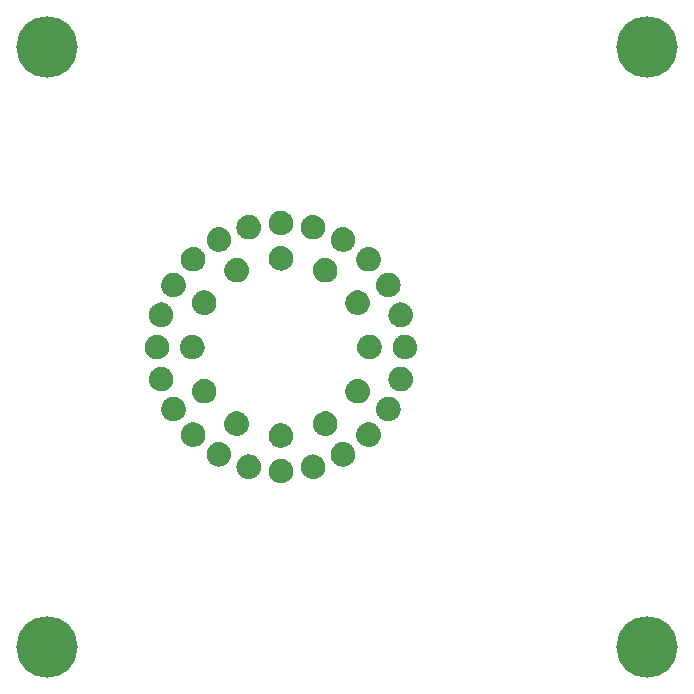
<source format=gbs>
G04 Layer: BottomSolderMaskLayer*
G04 EasyEDA v6.5.34, 2023-08-21 18:11:39*
G04 6d2c9ce6f5f94ecfb8a2c94fd3e2ab2e,5a6b42c53f6a479593ecc07194224c93,10*
G04 Gerber Generator version 0.2*
G04 Scale: 100 percent, Rotated: No, Reflected: No *
G04 Dimensions in millimeters *
G04 leading zeros omitted , absolute positions ,4 integer and 5 decimal *
%FSLAX45Y45*%
%MOMM*%

%ADD10C,5.2032*%

%LPD*%
G36*
X3106572Y3024479D02*
G01*
X3097377Y3023870D01*
X3088284Y3022447D01*
X3079292Y3020263D01*
X3070606Y3017215D01*
X3062173Y3013456D01*
X3054096Y3008985D01*
X3046476Y3003804D01*
X3039313Y2997962D01*
X3032760Y2991510D01*
X3026765Y2984500D01*
X3021380Y2976981D01*
X3016707Y2969006D01*
X3012744Y2960674D01*
X3009544Y2952038D01*
X3007156Y2943148D01*
X3005531Y2934055D01*
X3004718Y2924860D01*
X3004718Y2915615D01*
X3005531Y2906420D01*
X3007156Y2897378D01*
X3009544Y2888437D01*
X3012744Y2879801D01*
X3016707Y2871470D01*
X3021380Y2863494D01*
X3026765Y2855976D01*
X3032760Y2849016D01*
X3039313Y2842564D01*
X3042818Y2839516D01*
X3050235Y2834030D01*
X3058058Y2829153D01*
X3066338Y2825038D01*
X3074924Y2821635D01*
X3083763Y2819044D01*
X3092805Y2817215D01*
X3101949Y2816199D01*
X3111195Y2815996D01*
X3120390Y2816606D01*
X3129534Y2818028D01*
X3138474Y2820263D01*
X3147212Y2823260D01*
X3155594Y2827020D01*
X3163671Y2831490D01*
X3171291Y2836722D01*
X3174949Y2839516D01*
X3181807Y2845714D01*
X3188106Y2852420D01*
X3193796Y2859684D01*
X3198825Y2867456D01*
X3203143Y2875584D01*
X3206699Y2884119D01*
X3208223Y2888437D01*
X3210610Y2897378D01*
X3212236Y2906420D01*
X3213049Y2915615D01*
X3213049Y2924860D01*
X3212236Y2934055D01*
X3210610Y2943148D01*
X3208223Y2952038D01*
X3205022Y2960674D01*
X3201060Y2969006D01*
X3196386Y2976981D01*
X3191052Y2984500D01*
X3185007Y2991510D01*
X3178454Y2997962D01*
X3171291Y3003804D01*
X3163671Y3008985D01*
X3155594Y3013456D01*
X3147212Y3017215D01*
X3138474Y3020263D01*
X3129534Y3022447D01*
X3120390Y3023870D01*
X3111195Y3024479D01*
G37*
G36*
X3006090Y3399485D02*
G01*
X2996895Y3398875D01*
X2987802Y3397453D01*
X2978810Y3395218D01*
X2974441Y3393846D01*
X2965856Y3390442D01*
X2957626Y3386328D01*
X2949752Y3381451D01*
X2942386Y3375964D01*
X2935478Y3369818D01*
X2929178Y3363061D01*
X2923489Y3355797D01*
X2918460Y3348024D01*
X2914142Y3339896D01*
X2910586Y3331413D01*
X2909062Y3327044D01*
X2906674Y3318103D01*
X2905048Y3309061D01*
X2904236Y3299866D01*
X2904236Y3290620D01*
X2905048Y3281426D01*
X2906674Y3272383D01*
X2909062Y3263442D01*
X2912262Y3254806D01*
X2916224Y3246475D01*
X2920898Y3238500D01*
X2926283Y3230981D01*
X2932277Y3223971D01*
X2938881Y3217519D01*
X2945993Y3211677D01*
X2953613Y3206496D01*
X2961690Y3202025D01*
X2970123Y3198266D01*
X2974441Y3196640D01*
X2983280Y3194050D01*
X2992323Y3192221D01*
X3001467Y3191205D01*
X3010712Y3191002D01*
X3019907Y3191611D01*
X3029051Y3193034D01*
X3037992Y3195269D01*
X3046730Y3198266D01*
X3055112Y3202025D01*
X3063189Y3206496D01*
X3070809Y3211677D01*
X3077972Y3217519D01*
X3084576Y3223971D01*
X3090570Y3230981D01*
X3095904Y3238500D01*
X3100578Y3246475D01*
X3104540Y3254806D01*
X3107740Y3263442D01*
X3110128Y3272383D01*
X3111754Y3281426D01*
X3112566Y3290620D01*
X3112566Y3299866D01*
X3111754Y3309061D01*
X3110128Y3318103D01*
X3107740Y3327044D01*
X3104540Y3335680D01*
X3100578Y3344011D01*
X3095904Y3351987D01*
X3090570Y3359505D01*
X3084576Y3366515D01*
X3077972Y3372967D01*
X3070809Y3378809D01*
X3063189Y3383991D01*
X3055112Y3388461D01*
X3046730Y3392220D01*
X3037992Y3395218D01*
X3029051Y3397453D01*
X3019907Y3398875D01*
X3010712Y3399485D01*
G37*
G36*
X2731566Y3674008D02*
G01*
X2722372Y3673398D01*
X2713278Y3671976D01*
X2704287Y3669741D01*
X2699918Y3668369D01*
X2691333Y3664965D01*
X2683103Y3660851D01*
X2675229Y3655974D01*
X2667863Y3650487D01*
X2660954Y3644290D01*
X2654655Y3637584D01*
X2648966Y3630320D01*
X2643987Y3622548D01*
X2641701Y3618534D01*
X2637790Y3610203D01*
X2634589Y3601567D01*
X2632151Y3592626D01*
X2630525Y3583584D01*
X2629712Y3574389D01*
X2629712Y3565144D01*
X2630525Y3555949D01*
X2632151Y3546856D01*
X2634589Y3537965D01*
X2636062Y3533597D01*
X2639669Y3525113D01*
X2643987Y3516934D01*
X2648966Y3509213D01*
X2654655Y3501948D01*
X2660954Y3495192D01*
X2667863Y3489045D01*
X2675229Y3483559D01*
X2683103Y3478682D01*
X2691333Y3474567D01*
X2699918Y3471164D01*
X2704287Y3469741D01*
X2713278Y3467557D01*
X2722372Y3466134D01*
X2731566Y3465525D01*
X2740812Y3465728D01*
X2749956Y3466744D01*
X2758998Y3468573D01*
X2763469Y3469741D01*
X2772206Y3472789D01*
X2780588Y3476548D01*
X2788666Y3481019D01*
X2796286Y3486200D01*
X2803448Y3492042D01*
X2810052Y3498494D01*
X2816047Y3505504D01*
X2821381Y3513023D01*
X2826054Y3520998D01*
X2830017Y3529329D01*
X2833217Y3537965D01*
X2834538Y3542385D01*
X2836519Y3551377D01*
X2837738Y3560521D01*
X2838145Y3569766D01*
X2837738Y3578961D01*
X2836519Y3588105D01*
X2834538Y3597148D01*
X2831693Y3605885D01*
X2828137Y3614420D01*
X2823819Y3622548D01*
X2818790Y3630320D01*
X2813100Y3637584D01*
X2806801Y3644290D01*
X2799943Y3650487D01*
X2792526Y3655974D01*
X2784703Y3660851D01*
X2776423Y3664965D01*
X2767888Y3668369D01*
X2758998Y3670960D01*
X2749956Y3672789D01*
X2740812Y3673805D01*
G37*
G36*
X2356561Y3774490D02*
G01*
X2347366Y3773881D01*
X2338273Y3772458D01*
X2329281Y3770223D01*
X2324912Y3768851D01*
X2316327Y3765448D01*
X2308098Y3761333D01*
X2300224Y3756456D01*
X2292858Y3750919D01*
X2285949Y3744772D01*
X2279650Y3738067D01*
X2273960Y3730802D01*
X2268982Y3723030D01*
X2266696Y3719017D01*
X2262784Y3710686D01*
X2259584Y3702050D01*
X2257145Y3693109D01*
X2255520Y3684066D01*
X2254707Y3674872D01*
X2254707Y3665626D01*
X2255520Y3656431D01*
X2257145Y3647338D01*
X2259584Y3638448D01*
X2261057Y3634079D01*
X2264664Y3625596D01*
X2268982Y3617417D01*
X2273960Y3609695D01*
X2279650Y3602431D01*
X2285949Y3595674D01*
X2292858Y3589528D01*
X2300224Y3584041D01*
X2308098Y3579164D01*
X2316327Y3575050D01*
X2324912Y3571646D01*
X2329281Y3570224D01*
X2338273Y3568039D01*
X2347366Y3566617D01*
X2356561Y3566007D01*
X2365806Y3566210D01*
X2374950Y3567226D01*
X2383993Y3569055D01*
X2388463Y3570224D01*
X2397201Y3573272D01*
X2405634Y3577031D01*
X2413660Y3581501D01*
X2421280Y3586683D01*
X2428443Y3592525D01*
X2435047Y3598976D01*
X2441041Y3605987D01*
X2446375Y3613505D01*
X2451049Y3621481D01*
X2455011Y3629812D01*
X2458212Y3638448D01*
X2460650Y3647338D01*
X2462276Y3656431D01*
X2463088Y3665626D01*
X2463088Y3674872D01*
X2462276Y3684066D01*
X2460650Y3693109D01*
X2458212Y3702050D01*
X2455011Y3710686D01*
X2451049Y3719017D01*
X2446375Y3726992D01*
X2441041Y3734460D01*
X2435047Y3741470D01*
X2428443Y3747922D01*
X2421280Y3753764D01*
X2413660Y3758996D01*
X2405634Y3763467D01*
X2397201Y3767226D01*
X2392883Y3768851D01*
X2383993Y3771442D01*
X2374950Y3773271D01*
X2365806Y3774287D01*
G37*
G36*
X1981606Y3674008D02*
G01*
X1972360Y3673398D01*
X1963267Y3671976D01*
X1954326Y3669741D01*
X1949907Y3668369D01*
X1941322Y3664965D01*
X1933092Y3660851D01*
X1925218Y3655974D01*
X1917852Y3650487D01*
X1910994Y3644290D01*
X1904644Y3637584D01*
X1899005Y3630320D01*
X1893976Y3622548D01*
X1889658Y3614420D01*
X1886051Y3605885D01*
X1883257Y3597148D01*
X1881225Y3588105D01*
X1880006Y3578961D01*
X1879600Y3569766D01*
X1880006Y3560521D01*
X1881225Y3551377D01*
X1883257Y3542385D01*
X1886051Y3533597D01*
X1889658Y3525113D01*
X1893976Y3516934D01*
X1899005Y3509213D01*
X1904644Y3501948D01*
X1910994Y3495192D01*
X1917852Y3489045D01*
X1925218Y3483559D01*
X1933092Y3478682D01*
X1941322Y3474567D01*
X1949907Y3471164D01*
X1958746Y3468573D01*
X1967788Y3466744D01*
X1976983Y3465728D01*
X1986178Y3465525D01*
X1995424Y3466134D01*
X2004517Y3467557D01*
X2013457Y3469741D01*
X2022195Y3472789D01*
X2030628Y3476548D01*
X2038654Y3481019D01*
X2046274Y3486200D01*
X2053437Y3492042D01*
X2060041Y3498494D01*
X2066036Y3505504D01*
X2071370Y3513023D01*
X2076043Y3520998D01*
X2080006Y3529329D01*
X2083206Y3537965D01*
X2085644Y3546856D01*
X2087270Y3555949D01*
X2088083Y3565144D01*
X2088083Y3574389D01*
X2087270Y3583584D01*
X2085644Y3592626D01*
X2083206Y3601567D01*
X2080006Y3610203D01*
X2076043Y3618534D01*
X2071370Y3626510D01*
X2066036Y3634028D01*
X2060041Y3640988D01*
X2053437Y3647440D01*
X2049932Y3650487D01*
X2042566Y3655974D01*
X2034692Y3660851D01*
X2026462Y3664965D01*
X2017877Y3668369D01*
X2009038Y3670960D01*
X1999996Y3672789D01*
X1990801Y3673805D01*
G37*
G36*
X1707083Y3399485D02*
G01*
X1697837Y3398875D01*
X1688744Y3397453D01*
X1679803Y3395218D01*
X1675384Y3393846D01*
X1666798Y3390442D01*
X1658569Y3386328D01*
X1650695Y3381451D01*
X1643329Y3375964D01*
X1636471Y3369818D01*
X1630172Y3363061D01*
X1624482Y3355797D01*
X1619453Y3348024D01*
X1615135Y3339896D01*
X1611528Y3331413D01*
X1608734Y3322624D01*
X1606702Y3313582D01*
X1605483Y3304438D01*
X1605076Y3295243D01*
X1605483Y3286048D01*
X1606702Y3276904D01*
X1608734Y3267862D01*
X1611528Y3259074D01*
X1615135Y3250590D01*
X1619453Y3242462D01*
X1624482Y3234690D01*
X1630172Y3227425D01*
X1636471Y3220669D01*
X1643329Y3214522D01*
X1650695Y3209036D01*
X1658569Y3204159D01*
X1666798Y3200044D01*
X1675384Y3196640D01*
X1684223Y3194050D01*
X1693265Y3192221D01*
X1702460Y3191205D01*
X1711655Y3191002D01*
X1720900Y3191611D01*
X1729993Y3193034D01*
X1738934Y3195269D01*
X1743354Y3196640D01*
X1751939Y3200044D01*
X1760169Y3204159D01*
X1768043Y3209036D01*
X1775409Y3214522D01*
X1782267Y3220669D01*
X1788566Y3227425D01*
X1794256Y3234690D01*
X1799285Y3242462D01*
X1803603Y3250590D01*
X1807210Y3259074D01*
X1810004Y3267862D01*
X1812036Y3276904D01*
X1813255Y3286048D01*
X1813661Y3295243D01*
X1813255Y3304438D01*
X1812036Y3313582D01*
X1810004Y3322624D01*
X1807210Y3331413D01*
X1803603Y3339896D01*
X1799285Y3348024D01*
X1794256Y3355797D01*
X1788566Y3363061D01*
X1782267Y3369818D01*
X1775409Y3375964D01*
X1768043Y3381451D01*
X1760169Y3386328D01*
X1751939Y3390442D01*
X1743354Y3393846D01*
X1734515Y3396437D01*
X1725472Y3398265D01*
X1716278Y3399282D01*
G37*
G36*
X1606600Y3024479D02*
G01*
X1597355Y3023870D01*
X1588262Y3022447D01*
X1579321Y3020263D01*
X1570583Y3017215D01*
X1562150Y3013456D01*
X1554124Y3008985D01*
X1546504Y3003804D01*
X1539341Y2997962D01*
X1532737Y2991510D01*
X1526743Y2984500D01*
X1521409Y2976981D01*
X1516735Y2969006D01*
X1512773Y2960674D01*
X1509572Y2952038D01*
X1507134Y2943148D01*
X1505508Y2934055D01*
X1504696Y2924860D01*
X1504696Y2915615D01*
X1505508Y2906420D01*
X1507134Y2897378D01*
X1509572Y2888437D01*
X1512773Y2879801D01*
X1516735Y2871470D01*
X1521409Y2863494D01*
X1526743Y2855976D01*
X1532737Y2849016D01*
X1539341Y2842564D01*
X1542846Y2839516D01*
X1550212Y2834030D01*
X1558086Y2829153D01*
X1566316Y2825038D01*
X1574901Y2821635D01*
X1583740Y2819044D01*
X1592783Y2817215D01*
X1601978Y2816199D01*
X1611172Y2815996D01*
X1620418Y2816606D01*
X1629511Y2818028D01*
X1638452Y2820263D01*
X1642872Y2821635D01*
X1651457Y2825038D01*
X1659686Y2829153D01*
X1667560Y2834030D01*
X1674926Y2839516D01*
X1681784Y2845714D01*
X1688134Y2852420D01*
X1693773Y2859684D01*
X1698802Y2867456D01*
X1703120Y2875584D01*
X1706727Y2884119D01*
X1709521Y2892856D01*
X1711553Y2901899D01*
X1712772Y2911043D01*
X1713179Y2920238D01*
X1712772Y2929483D01*
X1711553Y2938627D01*
X1709521Y2947619D01*
X1706727Y2956407D01*
X1703120Y2964891D01*
X1698802Y2973070D01*
X1693773Y2980791D01*
X1688134Y2988056D01*
X1681784Y2994812D01*
X1674926Y3000959D01*
X1667560Y3006445D01*
X1659686Y3011322D01*
X1651457Y3015437D01*
X1642872Y3018840D01*
X1634032Y3021431D01*
X1624990Y3023260D01*
X1615795Y3024276D01*
G37*
G36*
X1707083Y2649524D02*
G01*
X1697837Y2648915D01*
X1688744Y2647442D01*
X1684223Y2646476D01*
X1675384Y2643835D01*
X1671066Y2642260D01*
X1662633Y2638450D01*
X1654606Y2633980D01*
X1646936Y2628798D01*
X1639824Y2622956D01*
X1633220Y2616504D01*
X1627225Y2609494D01*
X1621891Y2601976D01*
X1617218Y2594000D01*
X1613255Y2585669D01*
X1611528Y2581402D01*
X1608734Y2572613D01*
X1606702Y2563622D01*
X1605483Y2554478D01*
X1605076Y2545232D01*
X1605483Y2536037D01*
X1606702Y2526893D01*
X1608734Y2517902D01*
X1611528Y2509113D01*
X1615135Y2500579D01*
X1619453Y2492451D01*
X1624482Y2484678D01*
X1630172Y2477414D01*
X1636471Y2470708D01*
X1643329Y2464562D01*
X1650695Y2459024D01*
X1658569Y2454198D01*
X1666798Y2450033D01*
X1675384Y2446629D01*
X1684223Y2444038D01*
X1693265Y2442210D01*
X1702460Y2441194D01*
X1711655Y2440990D01*
X1720900Y2441600D01*
X1729993Y2443022D01*
X1738934Y2445258D01*
X1743354Y2446629D01*
X1751939Y2450033D01*
X1760169Y2454198D01*
X1768043Y2459024D01*
X1775409Y2464562D01*
X1782267Y2470708D01*
X1788566Y2477414D01*
X1794256Y2484678D01*
X1799285Y2492451D01*
X1803603Y2500579D01*
X1807210Y2509113D01*
X1810004Y2517902D01*
X1812036Y2526893D01*
X1813255Y2536037D01*
X1813661Y2545232D01*
X1813255Y2554478D01*
X1812036Y2563622D01*
X1810004Y2572613D01*
X1807210Y2581402D01*
X1803603Y2589885D01*
X1799285Y2598064D01*
X1794256Y2605786D01*
X1788566Y2613050D01*
X1782267Y2619806D01*
X1775409Y2625953D01*
X1768043Y2631490D01*
X1760169Y2636316D01*
X1751939Y2640431D01*
X1747672Y2642260D01*
X1738934Y2645257D01*
X1734515Y2646476D01*
X1725472Y2648254D01*
X1720900Y2648915D01*
X1711655Y2649524D01*
G37*
G36*
X1981606Y2375001D02*
G01*
X1972360Y2374392D01*
X1963267Y2372969D01*
X1954326Y2370734D01*
X1945589Y2367737D01*
X1937156Y2363978D01*
X1929130Y2359456D01*
X1921459Y2354275D01*
X1914347Y2348433D01*
X1907743Y2341981D01*
X1901748Y2334971D01*
X1896414Y2327452D01*
X1891741Y2319528D01*
X1887778Y2311146D01*
X1886051Y2306878D01*
X1883257Y2298090D01*
X1881225Y2289098D01*
X1880006Y2279954D01*
X1879600Y2270709D01*
X1880006Y2261514D01*
X1881225Y2252370D01*
X1883257Y2243378D01*
X1886051Y2234590D01*
X1889658Y2226056D01*
X1893976Y2217928D01*
X1899005Y2210155D01*
X1904644Y2202891D01*
X1910994Y2196185D01*
X1917852Y2190038D01*
X1925218Y2184501D01*
X1933092Y2179675D01*
X1941322Y2175510D01*
X1949907Y2172157D01*
X1958746Y2169515D01*
X1967788Y2167686D01*
X1976983Y2166670D01*
X1986178Y2166467D01*
X1995424Y2167077D01*
X2004517Y2168499D01*
X2013457Y2170734D01*
X2022195Y2173732D01*
X2030628Y2177491D01*
X2038654Y2182012D01*
X2042566Y2184501D01*
X2049932Y2190038D01*
X2056790Y2196185D01*
X2063089Y2202891D01*
X2068779Y2210155D01*
X2073808Y2217928D01*
X2078126Y2226056D01*
X2081682Y2234590D01*
X2084527Y2243378D01*
X2086559Y2252370D01*
X2087778Y2261514D01*
X2088184Y2270709D01*
X2087778Y2279954D01*
X2086559Y2289098D01*
X2084527Y2298090D01*
X2081682Y2306878D01*
X2078126Y2315362D01*
X2073808Y2323541D01*
X2068779Y2331262D01*
X2063089Y2338527D01*
X2056790Y2345283D01*
X2049932Y2351430D01*
X2042566Y2356967D01*
X2034692Y2361793D01*
X2030628Y2363978D01*
X2022195Y2367737D01*
X2013457Y2370734D01*
X2004517Y2372969D01*
X1995424Y2374392D01*
X1986178Y2375001D01*
G37*
G36*
X2356561Y2274519D02*
G01*
X2347366Y2273909D01*
X2338273Y2272487D01*
X2329281Y2270252D01*
X2320594Y2267254D01*
X2312162Y2263495D01*
X2304084Y2258974D01*
X2296464Y2253792D01*
X2289352Y2247950D01*
X2282748Y2241499D01*
X2276754Y2234488D01*
X2271369Y2226970D01*
X2266696Y2219045D01*
X2262784Y2210663D01*
X2261057Y2206396D01*
X2258263Y2197608D01*
X2256231Y2188616D01*
X2255012Y2179472D01*
X2254605Y2170226D01*
X2255012Y2161032D01*
X2256231Y2151888D01*
X2258263Y2142896D01*
X2261057Y2134108D01*
X2264664Y2125573D01*
X2266696Y2121458D01*
X2271369Y2113534D01*
X2273960Y2109673D01*
X2279650Y2102408D01*
X2285949Y2095703D01*
X2292858Y2089556D01*
X2300224Y2084019D01*
X2308098Y2079193D01*
X2316327Y2075027D01*
X2324912Y2071674D01*
X2333752Y2069033D01*
X2342794Y2067204D01*
X2351989Y2066188D01*
X2361184Y2065985D01*
X2370378Y2066594D01*
X2379522Y2068017D01*
X2388463Y2070252D01*
X2397201Y2073249D01*
X2405634Y2077008D01*
X2413660Y2081530D01*
X2421280Y2086711D01*
X2428443Y2092553D01*
X2435047Y2099005D01*
X2441041Y2106015D01*
X2446375Y2113534D01*
X2451049Y2121458D01*
X2455011Y2129790D01*
X2458212Y2138476D01*
X2460650Y2147366D01*
X2462276Y2156460D01*
X2463088Y2165654D01*
X2463088Y2174849D01*
X2462276Y2184044D01*
X2460650Y2193137D01*
X2458212Y2202027D01*
X2455011Y2210663D01*
X2451049Y2219045D01*
X2446375Y2226970D01*
X2441041Y2234488D01*
X2435047Y2241499D01*
X2428443Y2247950D01*
X2421280Y2253792D01*
X2413660Y2258974D01*
X2405634Y2263495D01*
X2397201Y2267254D01*
X2388463Y2270252D01*
X2379522Y2272487D01*
X2370378Y2273909D01*
X2361184Y2274519D01*
G37*
G36*
X2731566Y2375001D02*
G01*
X2722372Y2374392D01*
X2713278Y2372969D01*
X2704287Y2370734D01*
X2695600Y2367737D01*
X2687167Y2363978D01*
X2679090Y2359456D01*
X2671470Y2354275D01*
X2664358Y2348433D01*
X2657754Y2341981D01*
X2651760Y2334971D01*
X2646375Y2327452D01*
X2641701Y2319528D01*
X2637790Y2311146D01*
X2636062Y2306878D01*
X2633268Y2298090D01*
X2631236Y2289098D01*
X2630017Y2279954D01*
X2629611Y2270709D01*
X2630017Y2261514D01*
X2631236Y2252370D01*
X2633268Y2243378D01*
X2636062Y2234590D01*
X2639669Y2226056D01*
X2641701Y2221941D01*
X2646375Y2214016D01*
X2648966Y2210155D01*
X2654655Y2202891D01*
X2660954Y2196185D01*
X2667863Y2190038D01*
X2675229Y2184501D01*
X2683103Y2179675D01*
X2691333Y2175510D01*
X2699918Y2172157D01*
X2708757Y2169515D01*
X2717800Y2167686D01*
X2726994Y2166670D01*
X2736189Y2166467D01*
X2745384Y2167077D01*
X2754528Y2168499D01*
X2763469Y2170734D01*
X2772206Y2173732D01*
X2780588Y2177491D01*
X2788666Y2182012D01*
X2796286Y2187194D01*
X2803448Y2193036D01*
X2810052Y2199487D01*
X2816047Y2206498D01*
X2821381Y2214016D01*
X2826054Y2221941D01*
X2830017Y2230272D01*
X2833217Y2238959D01*
X2834538Y2243378D01*
X2836519Y2252370D01*
X2837738Y2261514D01*
X2838145Y2270709D01*
X2837738Y2279954D01*
X2836519Y2289098D01*
X2834538Y2298090D01*
X2831693Y2306878D01*
X2828137Y2315362D01*
X2823819Y2323541D01*
X2818790Y2331262D01*
X2813100Y2338527D01*
X2806801Y2345283D01*
X2799943Y2351430D01*
X2792526Y2356967D01*
X2784703Y2361793D01*
X2776423Y2365908D01*
X2772206Y2367737D01*
X2763469Y2370734D01*
X2754528Y2372969D01*
X2745384Y2374392D01*
X2736189Y2375001D01*
G37*
G36*
X3006090Y2649524D02*
G01*
X2996895Y2648915D01*
X2987802Y2647442D01*
X2983280Y2646476D01*
X2974441Y2643835D01*
X2970123Y2642260D01*
X2961690Y2638450D01*
X2953613Y2633980D01*
X2945993Y2628798D01*
X2938881Y2622956D01*
X2932277Y2616504D01*
X2926283Y2609494D01*
X2920898Y2601976D01*
X2916224Y2594000D01*
X2912262Y2585669D01*
X2909062Y2577033D01*
X2906674Y2568143D01*
X2905048Y2559050D01*
X2904236Y2549855D01*
X2904236Y2540609D01*
X2905048Y2531465D01*
X2906674Y2522372D01*
X2909062Y2513482D01*
X2912262Y2504795D01*
X2916224Y2496464D01*
X2920898Y2488488D01*
X2926283Y2481021D01*
X2929178Y2477414D01*
X2935478Y2470708D01*
X2942386Y2464562D01*
X2949752Y2459024D01*
X2957626Y2454198D01*
X2965856Y2450033D01*
X2974441Y2446629D01*
X2983280Y2444038D01*
X2992323Y2442210D01*
X3001467Y2441194D01*
X3010712Y2440990D01*
X3019907Y2441600D01*
X3029051Y2443022D01*
X3037992Y2445258D01*
X3046730Y2448255D01*
X3055112Y2452014D01*
X3063189Y2456535D01*
X3070809Y2461717D01*
X3077972Y2467559D01*
X3084576Y2474010D01*
X3090570Y2481021D01*
X3095904Y2488488D01*
X3100578Y2496464D01*
X3104540Y2504795D01*
X3107740Y2513482D01*
X3110128Y2522372D01*
X3111754Y2531465D01*
X3112566Y2540609D01*
X3112566Y2549855D01*
X3111754Y2559050D01*
X3110128Y2568143D01*
X3107740Y2577033D01*
X3104540Y2585669D01*
X3100578Y2594000D01*
X3095904Y2601976D01*
X3090570Y2609494D01*
X3084576Y2616504D01*
X3077972Y2622956D01*
X3070809Y2628798D01*
X3063189Y2633980D01*
X3055112Y2638450D01*
X3046730Y2642260D01*
X3037992Y2645257D01*
X3029051Y2647442D01*
X3019907Y2648915D01*
X3010712Y2649524D01*
G37*
G36*
X3406597Y3024479D02*
G01*
X3397351Y3023870D01*
X3388258Y3022447D01*
X3379317Y3020263D01*
X3370579Y3017215D01*
X3362147Y3013456D01*
X3354120Y3008985D01*
X3346500Y3003804D01*
X3339337Y2997962D01*
X3332734Y2991510D01*
X3326739Y2984500D01*
X3321405Y2976981D01*
X3316732Y2969006D01*
X3312769Y2960674D01*
X3309569Y2952038D01*
X3307130Y2943148D01*
X3305505Y2934055D01*
X3304692Y2924860D01*
X3304692Y2915615D01*
X3305505Y2906420D01*
X3307130Y2897378D01*
X3309569Y2888437D01*
X3312769Y2879801D01*
X3316732Y2871470D01*
X3321405Y2863494D01*
X3326739Y2855976D01*
X3332734Y2849016D01*
X3339337Y2842564D01*
X3342843Y2839516D01*
X3350209Y2834030D01*
X3358083Y2829153D01*
X3366312Y2825038D01*
X3374898Y2821635D01*
X3383737Y2819044D01*
X3392779Y2817215D01*
X3401974Y2816199D01*
X3411169Y2815996D01*
X3420414Y2816606D01*
X3429508Y2818028D01*
X3438448Y2820263D01*
X3442868Y2821635D01*
X3451453Y2825038D01*
X3459683Y2829153D01*
X3467557Y2834030D01*
X3474923Y2839516D01*
X3481781Y2845714D01*
X3488131Y2852420D01*
X3493770Y2859684D01*
X3498799Y2867456D01*
X3503117Y2875584D01*
X3506724Y2884119D01*
X3509518Y2892856D01*
X3511550Y2901899D01*
X3512769Y2911043D01*
X3513175Y2920238D01*
X3512769Y2929483D01*
X3511550Y2938627D01*
X3509518Y2947619D01*
X3506724Y2956407D01*
X3503117Y2964891D01*
X3498799Y2973070D01*
X3493770Y2980791D01*
X3488131Y2988056D01*
X3481781Y2994812D01*
X3474923Y3000959D01*
X3467557Y3006445D01*
X3459683Y3011322D01*
X3451453Y3015437D01*
X3442868Y3018840D01*
X3434029Y3021431D01*
X3424986Y3023260D01*
X3415792Y3024276D01*
G37*
G36*
X3370783Y3296259D02*
G01*
X3361588Y3295650D01*
X3352495Y3294227D01*
X3343503Y3291992D01*
X3334816Y3288995D01*
X3326384Y3285236D01*
X3318306Y3280714D01*
X3310686Y3275533D01*
X3303574Y3269691D01*
X3296970Y3263239D01*
X3293872Y3259836D01*
X3288182Y3252571D01*
X3283204Y3244799D01*
X3280918Y3240786D01*
X3277006Y3232454D01*
X3275279Y3228136D01*
X3272485Y3219348D01*
X3270453Y3210356D01*
X3269234Y3201212D01*
X3268827Y3192018D01*
X3269234Y3182772D01*
X3270453Y3173628D01*
X3272485Y3164636D01*
X3275279Y3155848D01*
X3278886Y3147364D01*
X3283204Y3139186D01*
X3288182Y3131464D01*
X3293872Y3124200D01*
X3300171Y3117443D01*
X3307079Y3111296D01*
X3314446Y3105759D01*
X3322320Y3100933D01*
X3326384Y3098749D01*
X3334816Y3094990D01*
X3343503Y3091992D01*
X3352495Y3089757D01*
X3361588Y3088335D01*
X3370783Y3087725D01*
X3380028Y3087928D01*
X3389172Y3088944D01*
X3398215Y3090773D01*
X3407105Y3093415D01*
X3411423Y3094990D01*
X3419856Y3098749D01*
X3427882Y3103270D01*
X3435502Y3108452D01*
X3442665Y3114294D01*
X3449269Y3120745D01*
X3455263Y3127756D01*
X3460597Y3135274D01*
X3465271Y3143250D01*
X3469233Y3151581D01*
X3472434Y3160217D01*
X3474872Y3169107D01*
X3476447Y3178200D01*
X3477006Y3182772D01*
X3477412Y3192018D01*
X3477006Y3201212D01*
X3475736Y3210356D01*
X3474872Y3214878D01*
X3472434Y3223768D01*
X3469233Y3232454D01*
X3465271Y3240786D01*
X3460597Y3248710D01*
X3455263Y3256229D01*
X3449269Y3263239D01*
X3442665Y3269691D01*
X3435502Y3275533D01*
X3427882Y3280714D01*
X3419856Y3285236D01*
X3411423Y3288995D01*
X3402685Y3291992D01*
X3393744Y3294227D01*
X3384600Y3295650D01*
X3375406Y3296259D01*
G37*
G36*
X3265881Y3549497D02*
G01*
X3256686Y3548887D01*
X3247593Y3547465D01*
X3238652Y3545230D01*
X3234232Y3543858D01*
X3225647Y3540455D01*
X3217418Y3536289D01*
X3209544Y3531463D01*
X3202178Y3525926D01*
X3195269Y3519779D01*
X3188970Y3513074D01*
X3183331Y3505809D01*
X3180689Y3501999D01*
X3176016Y3494024D01*
X3172104Y3485692D01*
X3170377Y3481374D01*
X3167583Y3472586D01*
X3165551Y3463594D01*
X3164332Y3454450D01*
X3163925Y3445256D01*
X3164332Y3436010D01*
X3165551Y3426866D01*
X3167583Y3417874D01*
X3170377Y3409086D01*
X3173984Y3400602D01*
X3178302Y3392424D01*
X3180689Y3388512D01*
X3186074Y3380994D01*
X3192068Y3373983D01*
X3198672Y3367532D01*
X3205784Y3361690D01*
X3213455Y3356508D01*
X3221482Y3352037D01*
X3229914Y3348228D01*
X3238652Y3345230D01*
X3243072Y3344011D01*
X3252114Y3342233D01*
X3256686Y3341573D01*
X3265881Y3340963D01*
X3275126Y3341166D01*
X3279749Y3341573D01*
X3288842Y3343046D01*
X3293364Y3344011D01*
X3302203Y3346653D01*
X3306521Y3348228D01*
X3314954Y3352037D01*
X3322980Y3356508D01*
X3330600Y3361690D01*
X3337763Y3367532D01*
X3344367Y3373983D01*
X3350361Y3380994D01*
X3355695Y3388512D01*
X3360369Y3396487D01*
X3364331Y3404819D01*
X3367532Y3413455D01*
X3369970Y3422345D01*
X3371596Y3431438D01*
X3372408Y3440633D01*
X3372408Y3449878D01*
X3371596Y3459022D01*
X3369970Y3468115D01*
X3367532Y3477006D01*
X3364331Y3485692D01*
X3360369Y3494024D01*
X3355695Y3501999D01*
X3350361Y3509467D01*
X3344367Y3516477D01*
X3337763Y3522929D01*
X3330600Y3528771D01*
X3322980Y3533952D01*
X3314954Y3538474D01*
X3306521Y3542233D01*
X3302203Y3543858D01*
X3293364Y3546449D01*
X3284321Y3548278D01*
X3275126Y3549294D01*
G37*
G36*
X3099054Y3766972D02*
G01*
X3089859Y3766362D01*
X3080715Y3764940D01*
X3071774Y3762705D01*
X3063036Y3759708D01*
X3054604Y3755948D01*
X3046577Y3751427D01*
X3038957Y3746246D01*
X3031794Y3740404D01*
X3025190Y3733952D01*
X3019196Y3726942D01*
X3013862Y3719423D01*
X3009188Y3711498D01*
X3005226Y3703167D01*
X3002026Y3694480D01*
X2999587Y3685590D01*
X2997962Y3676497D01*
X2997149Y3667302D01*
X2997149Y3658108D01*
X2997962Y3648913D01*
X2999587Y3639820D01*
X3002026Y3630929D01*
X3005226Y3622243D01*
X3009188Y3613912D01*
X3013862Y3605987D01*
X3019196Y3598468D01*
X3025190Y3591458D01*
X3031794Y3585006D01*
X3038957Y3579164D01*
X3046577Y3573983D01*
X3054604Y3569462D01*
X3063036Y3565702D01*
X3071774Y3562705D01*
X3080715Y3560470D01*
X3089859Y3559048D01*
X3099054Y3558438D01*
X3108248Y3558641D01*
X3117443Y3559657D01*
X3126486Y3561486D01*
X3135325Y3564128D01*
X3143910Y3567480D01*
X3152140Y3571646D01*
X3160014Y3576472D01*
X3167380Y3582009D01*
X3174288Y3588156D01*
X3180588Y3594912D01*
X3186277Y3602177D01*
X3191256Y3609898D01*
X3193542Y3613912D01*
X3197453Y3622243D01*
X3199180Y3626561D01*
X3201974Y3635349D01*
X3204006Y3644341D01*
X3205226Y3653485D01*
X3205632Y3662679D01*
X3205226Y3671925D01*
X3204006Y3681069D01*
X3201974Y3690061D01*
X3199180Y3698849D01*
X3195574Y3707333D01*
X3193542Y3711498D01*
X3188868Y3719423D01*
X3183483Y3726942D01*
X3177489Y3733952D01*
X3170885Y3740404D01*
X3163773Y3746246D01*
X3156153Y3751427D01*
X3148076Y3755948D01*
X3139643Y3759708D01*
X3130905Y3762705D01*
X3121964Y3764940D01*
X3112871Y3766362D01*
X3103676Y3766972D01*
G37*
G36*
X2881579Y3933799D02*
G01*
X2872384Y3933190D01*
X2863240Y3931767D01*
X2854299Y3929583D01*
X2845562Y3926586D01*
X2837180Y3922776D01*
X2829102Y3918305D01*
X2821482Y3913124D01*
X2814320Y3907282D01*
X2807766Y3900830D01*
X2801721Y3893820D01*
X2796387Y3886301D01*
X2791714Y3878326D01*
X2787751Y3869994D01*
X2784551Y3861358D01*
X2782163Y3852468D01*
X2780538Y3843375D01*
X2779725Y3834180D01*
X2779725Y3824935D01*
X2780538Y3815791D01*
X2782163Y3806698D01*
X2784551Y3797757D01*
X2787751Y3789121D01*
X2791714Y3780790D01*
X2796387Y3772814D01*
X2801721Y3765346D01*
X2807766Y3758336D01*
X2814320Y3751884D01*
X2821482Y3746042D01*
X2829102Y3740810D01*
X2837180Y3736340D01*
X2845562Y3732580D01*
X2854299Y3729583D01*
X2863240Y3727348D01*
X2872384Y3725926D01*
X2881579Y3725316D01*
X2890824Y3725519D01*
X2899968Y3726535D01*
X2909011Y3728364D01*
X2917850Y3730955D01*
X2926435Y3734358D01*
X2934716Y3738473D01*
X2942539Y3743350D01*
X2949956Y3748887D01*
X2956814Y3755034D01*
X2963113Y3761740D01*
X2968802Y3769004D01*
X2973832Y3776776D01*
X2978150Y3784904D01*
X2981706Y3793439D01*
X2983230Y3797757D01*
X2985617Y3806698D01*
X2987243Y3815791D01*
X2988056Y3824935D01*
X2988056Y3834180D01*
X2987243Y3843375D01*
X2985617Y3852468D01*
X2983230Y3861358D01*
X2980029Y3869994D01*
X2976067Y3878326D01*
X2971393Y3886301D01*
X2966008Y3893820D01*
X2960014Y3900830D01*
X2953461Y3907282D01*
X2946298Y3913124D01*
X2938678Y3918305D01*
X2930601Y3922776D01*
X2922168Y3926586D01*
X2913481Y3929583D01*
X2909011Y3930802D01*
X2899968Y3932580D01*
X2890824Y3933596D01*
G37*
G36*
X2628341Y4038701D02*
G01*
X2619146Y4038092D01*
X2610002Y4036669D01*
X2601061Y4034485D01*
X2592324Y4031437D01*
X2583942Y4027678D01*
X2575864Y4023207D01*
X2568244Y4018026D01*
X2561082Y4012184D01*
X2554478Y4005732D01*
X2548483Y3998722D01*
X2543149Y3991203D01*
X2538476Y3983228D01*
X2534513Y3974896D01*
X2531313Y3966260D01*
X2528925Y3957370D01*
X2527300Y3948277D01*
X2526487Y3939082D01*
X2526487Y3929837D01*
X2527300Y3920642D01*
X2528925Y3911600D01*
X2531313Y3902659D01*
X2534513Y3894023D01*
X2538476Y3885692D01*
X2543149Y3877716D01*
X2548483Y3870198D01*
X2554478Y3863187D01*
X2561082Y3856736D01*
X2568244Y3850894D01*
X2575864Y3845712D01*
X2583942Y3841242D01*
X2592324Y3837482D01*
X2601061Y3834485D01*
X2610002Y3832250D01*
X2619146Y3830828D01*
X2628341Y3830218D01*
X2637586Y3830421D01*
X2646730Y3831437D01*
X2655773Y3833266D01*
X2664612Y3835857D01*
X2673197Y3839260D01*
X2681427Y3843375D01*
X2689301Y3848252D01*
X2696667Y3853738D01*
X2703576Y3859936D01*
X2709875Y3866642D01*
X2715564Y3873906D01*
X2720594Y3881678D01*
X2724912Y3889806D01*
X2728468Y3898290D01*
X2729992Y3902659D01*
X2732379Y3911600D01*
X2734005Y3920642D01*
X2734818Y3929837D01*
X2734818Y3939082D01*
X2734005Y3948277D01*
X2732379Y3957370D01*
X2729992Y3966260D01*
X2726791Y3974896D01*
X2722829Y3983228D01*
X2718155Y3991203D01*
X2712770Y3998722D01*
X2706776Y4005732D01*
X2700172Y4012184D01*
X2693060Y4018026D01*
X2685440Y4023207D01*
X2677363Y4027678D01*
X2668930Y4031437D01*
X2660243Y4034485D01*
X2651252Y4036669D01*
X2642158Y4038092D01*
X2632964Y4038701D01*
G37*
G36*
X2356561Y4074515D02*
G01*
X2347366Y4073906D01*
X2338273Y4072483D01*
X2329281Y4070248D01*
X2320594Y4067251D01*
X2312162Y4063492D01*
X2304084Y4058970D01*
X2296464Y4053789D01*
X2289352Y4047947D01*
X2282748Y4041495D01*
X2276754Y4034485D01*
X2271369Y4026966D01*
X2266696Y4019042D01*
X2262784Y4010660D01*
X2261057Y4006392D01*
X2258263Y3997604D01*
X2256231Y3988612D01*
X2255012Y3979468D01*
X2254605Y3970223D01*
X2255012Y3961028D01*
X2256231Y3951884D01*
X2258263Y3942892D01*
X2261057Y3934104D01*
X2264664Y3925570D01*
X2266696Y3921455D01*
X2271369Y3913530D01*
X2273960Y3909669D01*
X2279650Y3902405D01*
X2285949Y3895699D01*
X2292858Y3889552D01*
X2300224Y3884015D01*
X2308098Y3879189D01*
X2316327Y3875024D01*
X2324912Y3871671D01*
X2333752Y3869029D01*
X2342794Y3867200D01*
X2351989Y3866184D01*
X2361184Y3865981D01*
X2370378Y3866591D01*
X2379522Y3868013D01*
X2388463Y3870248D01*
X2397201Y3873246D01*
X2405634Y3877005D01*
X2413660Y3881526D01*
X2421280Y3886708D01*
X2428443Y3892550D01*
X2435047Y3899001D01*
X2441041Y3906012D01*
X2446375Y3913530D01*
X2451049Y3921455D01*
X2455011Y3929786D01*
X2458212Y3938473D01*
X2460650Y3947363D01*
X2462276Y3956456D01*
X2463088Y3965651D01*
X2463088Y3974846D01*
X2462276Y3984040D01*
X2460650Y3993134D01*
X2458212Y4002024D01*
X2455011Y4010660D01*
X2451049Y4019042D01*
X2446375Y4026966D01*
X2441041Y4034485D01*
X2435047Y4041495D01*
X2428443Y4047947D01*
X2421280Y4053789D01*
X2413660Y4058970D01*
X2405634Y4063492D01*
X2397201Y4067251D01*
X2388463Y4070248D01*
X2379522Y4072483D01*
X2370378Y4073906D01*
X2361184Y4074515D01*
G37*
G36*
X2084832Y4038701D02*
G01*
X2075637Y4038092D01*
X2066493Y4036669D01*
X2057552Y4034485D01*
X2048814Y4031437D01*
X2040382Y4027678D01*
X2032355Y4023207D01*
X2024735Y4018026D01*
X2017572Y4012184D01*
X2010968Y4005732D01*
X2004974Y3998722D01*
X1999640Y3991203D01*
X1994966Y3983228D01*
X1991004Y3974896D01*
X1987804Y3966260D01*
X1985365Y3957370D01*
X1983739Y3948277D01*
X1982927Y3939082D01*
X1982927Y3929837D01*
X1983739Y3920642D01*
X1985365Y3911600D01*
X1987804Y3902659D01*
X1991004Y3894023D01*
X1994966Y3885692D01*
X1999640Y3877716D01*
X2004974Y3870198D01*
X2010968Y3863187D01*
X2017572Y3856736D01*
X2024735Y3850894D01*
X2032355Y3845712D01*
X2040382Y3841242D01*
X2048814Y3837482D01*
X2053132Y3835857D01*
X2062022Y3833266D01*
X2071065Y3831437D01*
X2080209Y3830421D01*
X2089454Y3830218D01*
X2098649Y3830828D01*
X2107742Y3832250D01*
X2116734Y3834485D01*
X2121103Y3835857D01*
X2129688Y3839260D01*
X2137918Y3843375D01*
X2145792Y3848252D01*
X2153158Y3853738D01*
X2160066Y3859936D01*
X2166366Y3866642D01*
X2172055Y3873906D01*
X2177034Y3881678D01*
X2179320Y3885692D01*
X2183231Y3894023D01*
X2184958Y3898290D01*
X2187752Y3907078D01*
X2189784Y3916121D01*
X2191004Y3925265D01*
X2191410Y3934460D01*
X2191004Y3943654D01*
X2189784Y3952798D01*
X2187752Y3961841D01*
X2184958Y3970629D01*
X2181352Y3979113D01*
X2177034Y3987292D01*
X2172055Y3995013D01*
X2166366Y4002278D01*
X2160066Y4009034D01*
X2153158Y4015181D01*
X2145792Y4020667D01*
X2137918Y4025544D01*
X2129688Y4029659D01*
X2121103Y4033062D01*
X2116734Y4034485D01*
X2107742Y4036669D01*
X2098649Y4038092D01*
X2089454Y4038701D01*
G37*
G36*
X1831593Y3933799D02*
G01*
X1822399Y3933190D01*
X1813255Y3931767D01*
X1804314Y3929583D01*
X1795576Y3926586D01*
X1787143Y3922776D01*
X1779117Y3918305D01*
X1771497Y3913124D01*
X1764334Y3907282D01*
X1757730Y3900830D01*
X1751736Y3893820D01*
X1746402Y3886301D01*
X1741728Y3878326D01*
X1737766Y3869994D01*
X1734566Y3861358D01*
X1732127Y3852468D01*
X1730552Y3843375D01*
X1729993Y3838803D01*
X1729587Y3829558D01*
X1729993Y3820363D01*
X1731264Y3811219D01*
X1732127Y3806698D01*
X1734566Y3797757D01*
X1737766Y3789121D01*
X1741728Y3780790D01*
X1746402Y3772814D01*
X1751736Y3765346D01*
X1757730Y3758336D01*
X1764334Y3751884D01*
X1771497Y3746042D01*
X1779117Y3740810D01*
X1787143Y3736340D01*
X1795576Y3732580D01*
X1799894Y3730955D01*
X1808784Y3728364D01*
X1817827Y3726535D01*
X1826971Y3725519D01*
X1836216Y3725316D01*
X1845411Y3725926D01*
X1854504Y3727348D01*
X1863496Y3729583D01*
X1867865Y3730955D01*
X1876450Y3734358D01*
X1884680Y3738473D01*
X1892554Y3743350D01*
X1899920Y3748887D01*
X1906828Y3755034D01*
X1913128Y3761740D01*
X1918817Y3769004D01*
X1923796Y3776776D01*
X1926082Y3780790D01*
X1929993Y3789121D01*
X1933193Y3797757D01*
X1935632Y3806698D01*
X1937257Y3815791D01*
X1938070Y3824935D01*
X1938070Y3834180D01*
X1937257Y3843375D01*
X1935632Y3852468D01*
X1933193Y3861358D01*
X1931720Y3865727D01*
X1928114Y3874211D01*
X1923796Y3882390D01*
X1918817Y3890111D01*
X1913128Y3897376D01*
X1906828Y3904132D01*
X1899920Y3910279D01*
X1892554Y3915816D01*
X1884680Y3920642D01*
X1876450Y3924757D01*
X1872183Y3926586D01*
X1863496Y3929583D01*
X1859025Y3930802D01*
X1849983Y3932580D01*
X1840788Y3933596D01*
G37*
G36*
X1614119Y3766972D02*
G01*
X1604924Y3766362D01*
X1595780Y3764940D01*
X1586839Y3762705D01*
X1578102Y3759708D01*
X1569720Y3755948D01*
X1561642Y3751427D01*
X1554022Y3746246D01*
X1546860Y3740404D01*
X1540306Y3733952D01*
X1534261Y3726942D01*
X1528927Y3719423D01*
X1524254Y3711498D01*
X1520291Y3703167D01*
X1517091Y3694480D01*
X1514703Y3685590D01*
X1513078Y3676497D01*
X1512265Y3667302D01*
X1512265Y3658108D01*
X1513078Y3648913D01*
X1514703Y3639820D01*
X1517091Y3630929D01*
X1520291Y3622243D01*
X1524254Y3613912D01*
X1528927Y3605987D01*
X1534261Y3598468D01*
X1540306Y3591458D01*
X1546860Y3585006D01*
X1554022Y3579164D01*
X1561642Y3573983D01*
X1569720Y3569462D01*
X1578102Y3565702D01*
X1586839Y3562705D01*
X1595780Y3560470D01*
X1604924Y3559048D01*
X1614119Y3558438D01*
X1623364Y3558641D01*
X1632508Y3559657D01*
X1641551Y3561486D01*
X1650390Y3564128D01*
X1658975Y3567480D01*
X1667256Y3571646D01*
X1675079Y3576472D01*
X1682496Y3582009D01*
X1689354Y3588156D01*
X1695653Y3594912D01*
X1701342Y3602177D01*
X1706372Y3609898D01*
X1710689Y3618026D01*
X1714246Y3626561D01*
X1715770Y3630929D01*
X1718157Y3639820D01*
X1719783Y3648913D01*
X1720596Y3658108D01*
X1720596Y3667302D01*
X1719783Y3676497D01*
X1718157Y3685590D01*
X1715770Y3694480D01*
X1712569Y3703167D01*
X1708607Y3711498D01*
X1703933Y3719423D01*
X1698548Y3726942D01*
X1692554Y3733952D01*
X1686001Y3740404D01*
X1678838Y3746246D01*
X1671218Y3751427D01*
X1663141Y3755948D01*
X1654708Y3759708D01*
X1646021Y3762705D01*
X1637030Y3764940D01*
X1627936Y3766362D01*
X1618742Y3766972D01*
G37*
G36*
X1447241Y3549497D02*
G01*
X1438046Y3548887D01*
X1428953Y3547465D01*
X1419961Y3545230D01*
X1415592Y3543858D01*
X1407007Y3540455D01*
X1398778Y3536289D01*
X1390904Y3531463D01*
X1383538Y3525926D01*
X1376629Y3519779D01*
X1370330Y3513074D01*
X1364640Y3505809D01*
X1359662Y3498037D01*
X1357376Y3494024D01*
X1353464Y3485692D01*
X1351737Y3481374D01*
X1348943Y3472586D01*
X1346911Y3463594D01*
X1345692Y3454450D01*
X1345285Y3445256D01*
X1345692Y3436010D01*
X1346911Y3426866D01*
X1348943Y3417874D01*
X1351737Y3409086D01*
X1355344Y3400602D01*
X1359662Y3392424D01*
X1364640Y3384702D01*
X1370330Y3377437D01*
X1376629Y3370681D01*
X1383538Y3364534D01*
X1390904Y3358997D01*
X1398778Y3354171D01*
X1407007Y3350056D01*
X1411274Y3348228D01*
X1419961Y3345230D01*
X1424432Y3344011D01*
X1433474Y3342233D01*
X1438046Y3341573D01*
X1447241Y3340963D01*
X1456486Y3341166D01*
X1465630Y3342233D01*
X1474673Y3344011D01*
X1483563Y3346653D01*
X1487881Y3348228D01*
X1496263Y3352037D01*
X1504340Y3356508D01*
X1511960Y3361690D01*
X1519123Y3367532D01*
X1525727Y3373983D01*
X1531721Y3380994D01*
X1537055Y3388512D01*
X1541729Y3396487D01*
X1545691Y3404819D01*
X1548892Y3413455D01*
X1550212Y3417874D01*
X1552194Y3426866D01*
X1553413Y3436010D01*
X1553870Y3445256D01*
X1553413Y3454450D01*
X1552194Y3463594D01*
X1550212Y3472586D01*
X1547368Y3481374D01*
X1543812Y3489909D01*
X1539494Y3498037D01*
X1534464Y3505809D01*
X1528775Y3513074D01*
X1522476Y3519779D01*
X1515618Y3525926D01*
X1508201Y3531463D01*
X1500378Y3536289D01*
X1492097Y3540455D01*
X1483563Y3543858D01*
X1474673Y3546449D01*
X1465630Y3548278D01*
X1456486Y3549294D01*
G37*
G36*
X1342339Y3296259D02*
G01*
X1333144Y3295650D01*
X1324051Y3294227D01*
X1315110Y3291992D01*
X1306372Y3288995D01*
X1297940Y3285236D01*
X1289862Y3280714D01*
X1282242Y3275533D01*
X1275130Y3269691D01*
X1268526Y3263239D01*
X1265428Y3259836D01*
X1259738Y3252571D01*
X1254760Y3244799D01*
X1252474Y3240786D01*
X1248562Y3232454D01*
X1246835Y3228136D01*
X1244041Y3219348D01*
X1242009Y3210356D01*
X1240790Y3201212D01*
X1240383Y3192018D01*
X1240790Y3182772D01*
X1242009Y3173628D01*
X1244041Y3164636D01*
X1246835Y3155848D01*
X1250442Y3147364D01*
X1254760Y3139186D01*
X1259738Y3131464D01*
X1265428Y3124200D01*
X1271727Y3117443D01*
X1278636Y3111296D01*
X1286002Y3105759D01*
X1293876Y3100933D01*
X1297940Y3098749D01*
X1306372Y3094990D01*
X1315110Y3091992D01*
X1324051Y3089757D01*
X1333144Y3088335D01*
X1342339Y3087725D01*
X1351584Y3087928D01*
X1360728Y3088944D01*
X1369822Y3090773D01*
X1378661Y3093415D01*
X1382979Y3094990D01*
X1391412Y3098749D01*
X1399438Y3103270D01*
X1407058Y3108452D01*
X1414221Y3114294D01*
X1420825Y3120745D01*
X1426819Y3127756D01*
X1432153Y3135274D01*
X1436827Y3143250D01*
X1440789Y3151581D01*
X1443990Y3160217D01*
X1446428Y3169107D01*
X1448054Y3178200D01*
X1448866Y3187395D01*
X1448866Y3196640D01*
X1448054Y3205784D01*
X1446428Y3214878D01*
X1443990Y3223768D01*
X1440789Y3232454D01*
X1436827Y3240786D01*
X1432153Y3248710D01*
X1426819Y3256229D01*
X1420825Y3263239D01*
X1414221Y3269691D01*
X1407058Y3275533D01*
X1399438Y3280714D01*
X1391412Y3285236D01*
X1382979Y3288995D01*
X1374241Y3291992D01*
X1365300Y3294227D01*
X1356156Y3295650D01*
X1346962Y3296259D01*
G37*
G36*
X1306576Y3024479D02*
G01*
X1297381Y3023870D01*
X1288288Y3022447D01*
X1279296Y3020212D01*
X1274927Y3018840D01*
X1266342Y3015437D01*
X1258062Y3011322D01*
X1250238Y3006445D01*
X1242822Y3000959D01*
X1235964Y2994761D01*
X1229664Y2988056D01*
X1223975Y2980791D01*
X1218946Y2973019D01*
X1214628Y2964891D01*
X1211072Y2956407D01*
X1209548Y2952038D01*
X1207160Y2943098D01*
X1205534Y2934055D01*
X1204722Y2924860D01*
X1204722Y2915615D01*
X1205534Y2906420D01*
X1207160Y2897327D01*
X1209548Y2888437D01*
X1212748Y2879801D01*
X1216710Y2871470D01*
X1221384Y2863494D01*
X1226769Y2855976D01*
X1232763Y2848965D01*
X1239316Y2842514D01*
X1246479Y2836672D01*
X1254099Y2831490D01*
X1262176Y2827020D01*
X1270609Y2823260D01*
X1279296Y2820212D01*
X1288288Y2818028D01*
X1297381Y2816606D01*
X1306576Y2815996D01*
X1315821Y2816199D01*
X1324965Y2817215D01*
X1334008Y2819044D01*
X1338478Y2820212D01*
X1347216Y2823260D01*
X1355598Y2827020D01*
X1363675Y2831490D01*
X1371295Y2836672D01*
X1378458Y2842514D01*
X1385011Y2848965D01*
X1391056Y2855976D01*
X1396390Y2863494D01*
X1401064Y2871470D01*
X1405026Y2879801D01*
X1408226Y2888437D01*
X1410614Y2897327D01*
X1412240Y2906420D01*
X1413052Y2915615D01*
X1413052Y2924860D01*
X1412240Y2934055D01*
X1410614Y2943098D01*
X1408226Y2952038D01*
X1405026Y2960674D01*
X1401064Y2969006D01*
X1396390Y2976981D01*
X1391056Y2984500D01*
X1385011Y2991510D01*
X1378458Y2997962D01*
X1371295Y3003804D01*
X1363675Y3008985D01*
X1355598Y3013456D01*
X1347216Y3017215D01*
X1338478Y3020212D01*
X1329537Y3022447D01*
X1320393Y3023870D01*
X1311198Y3024479D01*
G37*
G36*
X1342339Y2752750D02*
G01*
X1333144Y2752140D01*
X1324051Y2750718D01*
X1315110Y2748483D01*
X1306372Y2745486D01*
X1297940Y2741726D01*
X1289862Y2737205D01*
X1282242Y2732024D01*
X1275130Y2726182D01*
X1268526Y2719730D01*
X1262532Y2712720D01*
X1257147Y2705201D01*
X1252474Y2697276D01*
X1248562Y2688945D01*
X1246835Y2684627D01*
X1244041Y2675839D01*
X1242009Y2666847D01*
X1240790Y2657703D01*
X1240383Y2648508D01*
X1240790Y2639263D01*
X1242009Y2630119D01*
X1244041Y2621127D01*
X1246835Y2612339D01*
X1250442Y2603855D01*
X1252474Y2599690D01*
X1257147Y2591765D01*
X1262532Y2584246D01*
X1268526Y2577236D01*
X1275130Y2570784D01*
X1282242Y2564942D01*
X1289862Y2559761D01*
X1297940Y2555240D01*
X1306372Y2551480D01*
X1315110Y2548483D01*
X1324051Y2546248D01*
X1333144Y2544826D01*
X1342339Y2544216D01*
X1351584Y2544419D01*
X1360728Y2545435D01*
X1369822Y2547264D01*
X1378661Y2549906D01*
X1387246Y2553258D01*
X1395476Y2557424D01*
X1403299Y2562250D01*
X1410716Y2567787D01*
X1417574Y2573934D01*
X1423873Y2580690D01*
X1429562Y2587955D01*
X1434592Y2595676D01*
X1438910Y2603855D01*
X1442466Y2612339D01*
X1445310Y2621127D01*
X1447342Y2630119D01*
X1448562Y2639263D01*
X1448968Y2648508D01*
X1448562Y2657703D01*
X1447342Y2666847D01*
X1445310Y2675839D01*
X1442466Y2684627D01*
X1438910Y2693111D01*
X1434592Y2701290D01*
X1429562Y2709011D01*
X1423873Y2716276D01*
X1417574Y2723032D01*
X1410716Y2729179D01*
X1403299Y2734716D01*
X1395476Y2739542D01*
X1387246Y2743708D01*
X1378661Y2747060D01*
X1369822Y2749702D01*
X1360728Y2751531D01*
X1351584Y2752547D01*
G37*
G36*
X1447241Y2499512D02*
G01*
X1438046Y2498902D01*
X1428953Y2497480D01*
X1419961Y2495245D01*
X1411274Y2492248D01*
X1402842Y2488488D01*
X1394764Y2483967D01*
X1387144Y2478786D01*
X1380032Y2472944D01*
X1373428Y2466492D01*
X1367434Y2459482D01*
X1362049Y2451963D01*
X1357376Y2444038D01*
X1353464Y2435707D01*
X1351737Y2431389D01*
X1348943Y2422601D01*
X1346911Y2413609D01*
X1345692Y2404465D01*
X1345285Y2395220D01*
X1345692Y2386025D01*
X1346911Y2376881D01*
X1348943Y2367889D01*
X1351737Y2359101D01*
X1355344Y2350617D01*
X1357376Y2346452D01*
X1362049Y2338527D01*
X1367434Y2331008D01*
X1373428Y2323998D01*
X1380032Y2317546D01*
X1387144Y2311704D01*
X1394764Y2306523D01*
X1402842Y2302002D01*
X1411274Y2298242D01*
X1419961Y2295245D01*
X1428953Y2293010D01*
X1438046Y2291588D01*
X1447241Y2290978D01*
X1456486Y2291181D01*
X1465630Y2292197D01*
X1474673Y2294026D01*
X1483563Y2296668D01*
X1492097Y2300020D01*
X1500378Y2304186D01*
X1508201Y2309012D01*
X1515618Y2314549D01*
X1522476Y2320696D01*
X1528775Y2327452D01*
X1534464Y2334717D01*
X1539494Y2342438D01*
X1543812Y2350617D01*
X1547368Y2359101D01*
X1550212Y2367889D01*
X1552194Y2376881D01*
X1553413Y2386025D01*
X1553870Y2395220D01*
X1553413Y2404465D01*
X1552194Y2413609D01*
X1550212Y2422601D01*
X1547368Y2431389D01*
X1543812Y2439873D01*
X1539494Y2448052D01*
X1534464Y2455773D01*
X1528775Y2463038D01*
X1522476Y2469794D01*
X1515618Y2475941D01*
X1508201Y2481478D01*
X1500378Y2486304D01*
X1492097Y2490470D01*
X1483563Y2493822D01*
X1474673Y2496464D01*
X1465630Y2498293D01*
X1456486Y2499309D01*
G37*
G36*
X1614119Y2282037D02*
G01*
X1604924Y2281428D01*
X1595780Y2280005D01*
X1586839Y2277770D01*
X1578102Y2274773D01*
X1569720Y2271014D01*
X1561642Y2266492D01*
X1554022Y2261311D01*
X1546860Y2255469D01*
X1540306Y2249017D01*
X1534261Y2242007D01*
X1528927Y2234539D01*
X1524254Y2226564D01*
X1520291Y2218232D01*
X1517091Y2209546D01*
X1514703Y2200656D01*
X1513078Y2191562D01*
X1512265Y2182418D01*
X1512265Y2173173D01*
X1513078Y2163978D01*
X1514703Y2154885D01*
X1517091Y2145995D01*
X1520291Y2137359D01*
X1524254Y2129028D01*
X1528927Y2121052D01*
X1534261Y2113534D01*
X1540306Y2106523D01*
X1546860Y2100072D01*
X1554022Y2094230D01*
X1561642Y2089048D01*
X1569720Y2084578D01*
X1578102Y2080768D01*
X1586839Y2077770D01*
X1595780Y2075586D01*
X1604924Y2074113D01*
X1614119Y2073503D01*
X1623364Y2073706D01*
X1632508Y2074773D01*
X1641551Y2076551D01*
X1650390Y2079193D01*
X1654708Y2080768D01*
X1663141Y2084578D01*
X1671218Y2089048D01*
X1678838Y2094230D01*
X1686001Y2100072D01*
X1692554Y2106523D01*
X1698548Y2113534D01*
X1703933Y2121052D01*
X1708607Y2129028D01*
X1712569Y2137359D01*
X1715770Y2145995D01*
X1718157Y2154885D01*
X1719783Y2163978D01*
X1720596Y2173173D01*
X1720596Y2182418D01*
X1719783Y2191562D01*
X1718157Y2200656D01*
X1715770Y2209546D01*
X1712569Y2218232D01*
X1708607Y2226564D01*
X1703933Y2234539D01*
X1698548Y2242007D01*
X1695653Y2245614D01*
X1689354Y2252319D01*
X1682496Y2258466D01*
X1675079Y2264003D01*
X1667256Y2268829D01*
X1658975Y2272995D01*
X1650390Y2276398D01*
X1641551Y2278989D01*
X1632508Y2280818D01*
X1623364Y2281834D01*
G37*
G36*
X1831593Y2115159D02*
G01*
X1822399Y2114550D01*
X1813255Y2113127D01*
X1804314Y2110892D01*
X1799894Y2109520D01*
X1791309Y2106117D01*
X1783080Y2102002D01*
X1775256Y2097125D01*
X1767839Y2091639D01*
X1760982Y2085492D01*
X1754682Y2078736D01*
X1748993Y2071471D01*
X1743964Y2063699D01*
X1739646Y2055571D01*
X1736089Y2047087D01*
X1733245Y2038299D01*
X1731213Y2029256D01*
X1729993Y2020112D01*
X1729587Y2010918D01*
X1729993Y2001723D01*
X1731213Y1992579D01*
X1733245Y1983536D01*
X1736089Y1974748D01*
X1739646Y1966264D01*
X1743964Y1958136D01*
X1748993Y1950364D01*
X1754682Y1943100D01*
X1760982Y1936343D01*
X1767839Y1930196D01*
X1775256Y1924710D01*
X1783080Y1919833D01*
X1791309Y1915718D01*
X1799894Y1912315D01*
X1808784Y1909724D01*
X1817827Y1907895D01*
X1826971Y1906879D01*
X1836216Y1906676D01*
X1845411Y1907286D01*
X1854504Y1908708D01*
X1863496Y1910943D01*
X1867865Y1912315D01*
X1876450Y1915718D01*
X1884680Y1919833D01*
X1892554Y1924710D01*
X1899920Y1930196D01*
X1906828Y1936343D01*
X1913128Y1943100D01*
X1918817Y1950364D01*
X1923796Y1958136D01*
X1926082Y1962150D01*
X1929993Y1970481D01*
X1931720Y1974748D01*
X1934514Y1983536D01*
X1936546Y1992579D01*
X1937766Y2001723D01*
X1938172Y2010918D01*
X1937766Y2020112D01*
X1936546Y2029256D01*
X1934514Y2038299D01*
X1931720Y2047087D01*
X1928114Y2055571D01*
X1926082Y2059686D01*
X1921408Y2067661D01*
X1916023Y2075180D01*
X1910029Y2082190D01*
X1903425Y2088642D01*
X1896313Y2094484D01*
X1888693Y2099665D01*
X1880616Y2104136D01*
X1872183Y2107895D01*
X1867865Y2109520D01*
X1859025Y2112111D01*
X1849983Y2113940D01*
X1840788Y2114956D01*
G37*
G36*
X2084832Y2010257D02*
G01*
X2075637Y2009648D01*
X2066493Y2008225D01*
X2057552Y2006041D01*
X2048814Y2002993D01*
X2040382Y1999234D01*
X2032355Y1994763D01*
X2024735Y1989582D01*
X2017572Y1983739D01*
X2010968Y1977288D01*
X2004974Y1970278D01*
X1999640Y1962759D01*
X1994966Y1954784D01*
X1991004Y1946452D01*
X1987804Y1937816D01*
X1985365Y1928926D01*
X1983739Y1919833D01*
X1982927Y1910638D01*
X1982927Y1901393D01*
X1983739Y1892198D01*
X1985365Y1883156D01*
X1987804Y1874215D01*
X1991004Y1865579D01*
X1994966Y1857248D01*
X1999640Y1849272D01*
X2004974Y1841804D01*
X2010968Y1834794D01*
X2017572Y1828342D01*
X2024735Y1822500D01*
X2032355Y1817268D01*
X2040382Y1812798D01*
X2048814Y1809038D01*
X2053132Y1807413D01*
X2062022Y1804822D01*
X2071065Y1802993D01*
X2080209Y1801977D01*
X2089454Y1801774D01*
X2098649Y1802384D01*
X2107742Y1803806D01*
X2116734Y1806041D01*
X2121103Y1807413D01*
X2129688Y1810816D01*
X2137918Y1814931D01*
X2145792Y1819808D01*
X2153158Y1825345D01*
X2160066Y1831492D01*
X2166366Y1838198D01*
X2172055Y1845462D01*
X2177034Y1853234D01*
X2179320Y1857248D01*
X2183231Y1865579D01*
X2186432Y1874215D01*
X2188870Y1883156D01*
X2190496Y1892198D01*
X2191308Y1901393D01*
X2191308Y1910638D01*
X2190496Y1919833D01*
X2188870Y1928926D01*
X2186432Y1937816D01*
X2184958Y1942185D01*
X2181352Y1950669D01*
X2177034Y1958848D01*
X2172055Y1966569D01*
X2166366Y1973834D01*
X2160066Y1980590D01*
X2153158Y1986737D01*
X2145792Y1992223D01*
X2137918Y1997100D01*
X2129688Y2001215D01*
X2121103Y2004618D01*
X2116734Y2006041D01*
X2107742Y2008225D01*
X2098649Y2009648D01*
X2089454Y2010257D01*
G37*
G36*
X2356561Y1974494D02*
G01*
X2347366Y1973884D01*
X2338273Y1972462D01*
X2329281Y1970227D01*
X2324912Y1968855D01*
X2316327Y1965452D01*
X2308098Y1961337D01*
X2300224Y1956460D01*
X2292858Y1950923D01*
X2285949Y1944776D01*
X2279650Y1938070D01*
X2273960Y1930806D01*
X2268982Y1923034D01*
X2266696Y1919020D01*
X2262784Y1910689D01*
X2259584Y1902053D01*
X2257145Y1893112D01*
X2255520Y1884070D01*
X2254707Y1874875D01*
X2254707Y1865630D01*
X2255520Y1856435D01*
X2257145Y1847342D01*
X2259584Y1838452D01*
X2261057Y1834083D01*
X2264664Y1825599D01*
X2268982Y1817420D01*
X2273960Y1809699D01*
X2279650Y1802434D01*
X2285949Y1795678D01*
X2292858Y1789531D01*
X2300224Y1784045D01*
X2308098Y1779168D01*
X2316327Y1775053D01*
X2324912Y1771650D01*
X2329281Y1770227D01*
X2338273Y1768043D01*
X2347366Y1766620D01*
X2356561Y1766011D01*
X2365806Y1766214D01*
X2374950Y1767230D01*
X2383993Y1769059D01*
X2388463Y1770227D01*
X2397201Y1773275D01*
X2405634Y1777034D01*
X2413660Y1781505D01*
X2421280Y1786686D01*
X2428443Y1792528D01*
X2435047Y1798980D01*
X2441041Y1805990D01*
X2446375Y1813509D01*
X2451049Y1821484D01*
X2455011Y1829816D01*
X2458212Y1838452D01*
X2460650Y1847342D01*
X2462276Y1856435D01*
X2463088Y1865630D01*
X2463088Y1874875D01*
X2462276Y1884070D01*
X2460650Y1893112D01*
X2458212Y1902053D01*
X2455011Y1910689D01*
X2451049Y1919020D01*
X2446375Y1926996D01*
X2441041Y1934464D01*
X2435047Y1941474D01*
X2428443Y1947925D01*
X2421280Y1953768D01*
X2413660Y1959000D01*
X2405634Y1963470D01*
X2397201Y1967230D01*
X2392883Y1968855D01*
X2383993Y1971446D01*
X2374950Y1973275D01*
X2365806Y1974291D01*
G37*
G36*
X2628341Y2010257D02*
G01*
X2619146Y2009648D01*
X2610002Y2008225D01*
X2601061Y2006041D01*
X2592324Y2002993D01*
X2583942Y1999234D01*
X2575864Y1994763D01*
X2568244Y1989582D01*
X2561082Y1983739D01*
X2554478Y1977288D01*
X2548483Y1970278D01*
X2543149Y1962759D01*
X2538476Y1954784D01*
X2534513Y1946452D01*
X2531313Y1937816D01*
X2528925Y1928926D01*
X2527300Y1919833D01*
X2526487Y1910638D01*
X2526487Y1901393D01*
X2527300Y1892198D01*
X2528925Y1883156D01*
X2531313Y1874215D01*
X2534513Y1865579D01*
X2538476Y1857248D01*
X2543149Y1849272D01*
X2548483Y1841804D01*
X2554478Y1834794D01*
X2561082Y1828342D01*
X2568244Y1822500D01*
X2575864Y1817268D01*
X2583942Y1812798D01*
X2592324Y1809038D01*
X2601061Y1806041D01*
X2610002Y1803806D01*
X2619146Y1802384D01*
X2628341Y1801774D01*
X2637586Y1801977D01*
X2646730Y1802993D01*
X2655773Y1804822D01*
X2664612Y1807413D01*
X2673197Y1810816D01*
X2681427Y1814931D01*
X2689301Y1819808D01*
X2696667Y1825345D01*
X2703576Y1831492D01*
X2709875Y1838198D01*
X2715564Y1845462D01*
X2720594Y1853234D01*
X2724912Y1861362D01*
X2728468Y1869897D01*
X2729992Y1874215D01*
X2732379Y1883156D01*
X2734005Y1892198D01*
X2734818Y1901393D01*
X2734818Y1910638D01*
X2734005Y1919833D01*
X2732379Y1928926D01*
X2729992Y1937816D01*
X2726791Y1946452D01*
X2722829Y1954784D01*
X2718155Y1962759D01*
X2712770Y1970278D01*
X2706776Y1977288D01*
X2700172Y1983739D01*
X2693060Y1989582D01*
X2685440Y1994763D01*
X2677363Y1999234D01*
X2668930Y2002993D01*
X2660243Y2006041D01*
X2651252Y2008225D01*
X2642158Y2009648D01*
X2632964Y2010257D01*
G37*
G36*
X2881579Y2115667D02*
G01*
X2872333Y2115058D01*
X2863189Y2113635D01*
X2854198Y2111400D01*
X2845460Y2108403D01*
X2837027Y2104593D01*
X2828950Y2100072D01*
X2821330Y2094839D01*
X2814167Y2088997D01*
X2807563Y2082495D01*
X2801569Y2075434D01*
X2796235Y2067915D01*
X2791561Y2059889D01*
X2787599Y2051507D01*
X2784449Y2042820D01*
X2783128Y2038400D01*
X2781147Y2029358D01*
X2779979Y2020163D01*
X2779623Y2010918D01*
X2779979Y2001672D01*
X2781147Y1992477D01*
X2783128Y1983435D01*
X2785922Y1974646D01*
X2789478Y1966061D01*
X2793796Y1957882D01*
X2798826Y1950110D01*
X2804464Y1942795D01*
X2810814Y1936038D01*
X2817672Y1929841D01*
X2825089Y1924304D01*
X2832963Y1919427D01*
X2841193Y1915261D01*
X2845460Y1913432D01*
X2854198Y1910435D01*
X2863189Y1908200D01*
X2872333Y1906778D01*
X2881579Y1906168D01*
X2890824Y1906371D01*
X2900019Y1907387D01*
X2909112Y1909216D01*
X2917952Y1911857D01*
X2922320Y1913432D01*
X2930753Y1917242D01*
X2938830Y1921764D01*
X2946450Y1926996D01*
X2953613Y1932838D01*
X2960217Y1939340D01*
X2966212Y1946402D01*
X2971546Y1953920D01*
X2976219Y1961946D01*
X2980182Y1970328D01*
X2983331Y1979015D01*
X2984652Y1983435D01*
X2986633Y1992477D01*
X2987802Y2001672D01*
X2988157Y2010918D01*
X2987802Y2020163D01*
X2986633Y2029358D01*
X2984652Y2038400D01*
X2981858Y2047189D01*
X2978302Y2055774D01*
X2973984Y2063953D01*
X2968955Y2071725D01*
X2963316Y2079040D01*
X2956966Y2085797D01*
X2950108Y2091994D01*
X2942691Y2097532D01*
X2934817Y2102408D01*
X2926588Y2106574D01*
X2922320Y2108403D01*
X2913583Y2111400D01*
X2904591Y2113635D01*
X2895447Y2115058D01*
X2886202Y2115667D01*
G37*
G36*
X3099054Y2282037D02*
G01*
X3089859Y2281428D01*
X3080715Y2280005D01*
X3071774Y2277770D01*
X3067354Y2276398D01*
X3058769Y2272995D01*
X3050540Y2268829D01*
X3042716Y2264003D01*
X3035300Y2258466D01*
X3028442Y2252319D01*
X3022142Y2245614D01*
X3016453Y2238349D01*
X3011424Y2230577D01*
X3007106Y2222449D01*
X3003550Y2213914D01*
X3000705Y2205126D01*
X2998673Y2196134D01*
X2997454Y2186990D01*
X2997047Y2177796D01*
X2997454Y2168550D01*
X2998673Y2159406D01*
X3000705Y2150414D01*
X3003550Y2141626D01*
X3007106Y2133142D01*
X3011424Y2124964D01*
X3016453Y2117242D01*
X3022142Y2109978D01*
X3028442Y2103221D01*
X3035300Y2097074D01*
X3042716Y2091537D01*
X3050540Y2086711D01*
X3058769Y2082596D01*
X3063036Y2080768D01*
X3071774Y2077770D01*
X3076194Y2076551D01*
X3085287Y2074773D01*
X3094431Y2073706D01*
X3103676Y2073503D01*
X3112871Y2074113D01*
X3121964Y2075586D01*
X3126486Y2076551D01*
X3135325Y2079193D01*
X3139643Y2080768D01*
X3148076Y2084578D01*
X3156153Y2089048D01*
X3163773Y2094230D01*
X3170885Y2100072D01*
X3177489Y2106523D01*
X3183483Y2113534D01*
X3188868Y2121052D01*
X3193542Y2129028D01*
X3197453Y2137359D01*
X3199180Y2141626D01*
X3201974Y2150414D01*
X3204006Y2159406D01*
X3205226Y2168550D01*
X3205632Y2177796D01*
X3205226Y2186990D01*
X3204006Y2196134D01*
X3201974Y2205126D01*
X3199180Y2213914D01*
X3195574Y2222449D01*
X3193542Y2226564D01*
X3188868Y2234539D01*
X3183483Y2242007D01*
X3180588Y2245614D01*
X3174288Y2252319D01*
X3167380Y2258466D01*
X3160014Y2264003D01*
X3152140Y2268829D01*
X3143910Y2272995D01*
X3135325Y2276398D01*
X3126486Y2278989D01*
X3117443Y2280818D01*
X3108248Y2281834D01*
G37*
G36*
X3265881Y2499512D02*
G01*
X3256686Y2498902D01*
X3247593Y2497480D01*
X3238652Y2495245D01*
X3229914Y2492248D01*
X3221482Y2488488D01*
X3213455Y2483967D01*
X3205784Y2478786D01*
X3198672Y2472944D01*
X3192068Y2466492D01*
X3186074Y2459482D01*
X3180689Y2451963D01*
X3176016Y2444038D01*
X3172104Y2435707D01*
X3170377Y2431389D01*
X3167583Y2422601D01*
X3165551Y2413609D01*
X3164332Y2404465D01*
X3163925Y2395220D01*
X3164027Y2390648D01*
X3164840Y2381453D01*
X3166465Y2372360D01*
X3168904Y2363470D01*
X3170377Y2359101D01*
X3173984Y2350617D01*
X3176016Y2346452D01*
X3180689Y2338527D01*
X3186074Y2331008D01*
X3192068Y2323998D01*
X3198672Y2317546D01*
X3205784Y2311704D01*
X3213455Y2306523D01*
X3221482Y2302002D01*
X3229914Y2298242D01*
X3238652Y2295245D01*
X3247593Y2293010D01*
X3256686Y2291588D01*
X3265881Y2290978D01*
X3275126Y2291181D01*
X3284321Y2292197D01*
X3293364Y2294026D01*
X3302203Y2296668D01*
X3310788Y2300020D01*
X3319018Y2304186D01*
X3326841Y2309012D01*
X3334258Y2314549D01*
X3341115Y2320696D01*
X3347415Y2327452D01*
X3353104Y2334717D01*
X3358134Y2342438D01*
X3362451Y2350617D01*
X3366008Y2359101D01*
X3368852Y2367889D01*
X3370884Y2376881D01*
X3372104Y2386025D01*
X3372510Y2395270D01*
X3372408Y2399842D01*
X3371596Y2409037D01*
X3369970Y2418130D01*
X3367532Y2427020D01*
X3364331Y2435707D01*
X3360369Y2444038D01*
X3355695Y2451963D01*
X3350361Y2459482D01*
X3344367Y2466492D01*
X3337763Y2472944D01*
X3330600Y2478786D01*
X3322980Y2483967D01*
X3314954Y2488488D01*
X3306521Y2492248D01*
X3297783Y2495245D01*
X3288842Y2497480D01*
X3279749Y2498902D01*
X3270503Y2499512D01*
G37*
G36*
X3370783Y2752750D02*
G01*
X3361588Y2752140D01*
X3352495Y2750718D01*
X3343503Y2748483D01*
X3334816Y2745486D01*
X3326384Y2741726D01*
X3318306Y2737205D01*
X3310686Y2732024D01*
X3303574Y2726182D01*
X3296970Y2719730D01*
X3290976Y2712720D01*
X3285591Y2705201D01*
X3280918Y2697276D01*
X3277006Y2688945D01*
X3275279Y2684627D01*
X3272485Y2675839D01*
X3270453Y2666847D01*
X3269234Y2657703D01*
X3268827Y2648508D01*
X3269234Y2639263D01*
X3270453Y2630119D01*
X3272485Y2621127D01*
X3275279Y2612339D01*
X3278886Y2603855D01*
X3280918Y2599690D01*
X3285591Y2591765D01*
X3290976Y2584246D01*
X3296970Y2577236D01*
X3303574Y2570784D01*
X3310686Y2564942D01*
X3318306Y2559761D01*
X3326384Y2555240D01*
X3334816Y2551480D01*
X3343503Y2548483D01*
X3352495Y2546248D01*
X3361588Y2544826D01*
X3370783Y2544216D01*
X3380028Y2544419D01*
X3389172Y2545435D01*
X3398215Y2547264D01*
X3407105Y2549906D01*
X3415639Y2553258D01*
X3423920Y2557424D01*
X3431743Y2562250D01*
X3439160Y2567787D01*
X3446018Y2573934D01*
X3452317Y2580690D01*
X3458006Y2587955D01*
X3463036Y2595676D01*
X3467354Y2603855D01*
X3470910Y2612339D01*
X3473754Y2621127D01*
X3474872Y2625598D01*
X3476447Y2634691D01*
X3477006Y2639263D01*
X3477412Y2648458D01*
X3477006Y2657703D01*
X3475736Y2666847D01*
X3474872Y2671368D01*
X3472434Y2680258D01*
X3469233Y2688945D01*
X3465271Y2697276D01*
X3460597Y2705201D01*
X3455263Y2712720D01*
X3449269Y2719730D01*
X3442665Y2726182D01*
X3435502Y2732024D01*
X3427882Y2737205D01*
X3419856Y2741726D01*
X3411423Y2745486D01*
X3402685Y2748483D01*
X3393744Y2750718D01*
X3384600Y2752140D01*
X3375406Y2752750D01*
G37*
D10*
G01*
X381000Y5461000D03*
G01*
X5461000Y5461000D03*
G01*
X5461000Y381000D03*
G01*
X381000Y381000D03*
M02*

</source>
